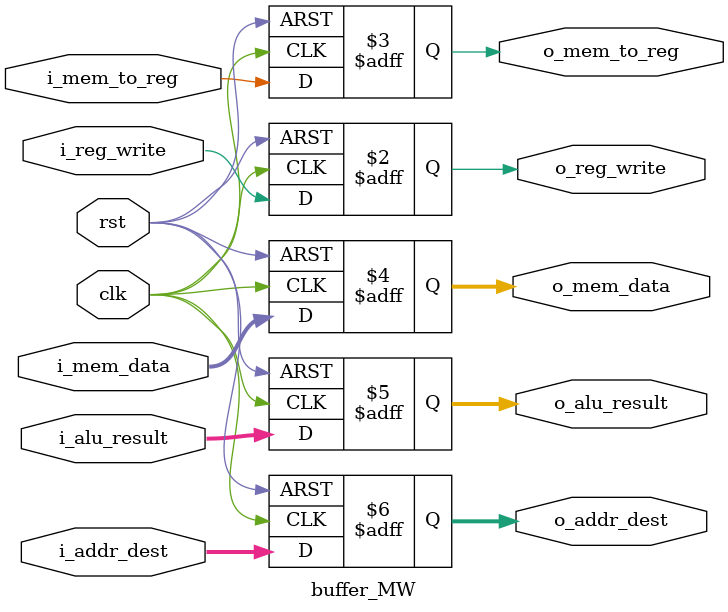
<source format=v>
`timescale 1ns / 1ns

module buffer_CFE (
    input               clk, rst,        
    input       [31:0]  inst_in, pc_p4_in,  
    output  reg [31:0]  inst_out, pc_p4_out 
);
    always @(posedge clk or posedge rst) begin
        if (rst) begin
            inst_out  <= 32'd0;
            pc_p4_out <= 32'd0;
        end else begin
            inst_out  <= inst_in;
            pc_p4_out <= pc_p4_in;
        end
    end
endmodule

module buffer_DEX (
    input               clk, rst,               
    
    // Datos In
    input       [31:0]  pc_p4_in, dr1_in, dr2_mux_in, imm_in,
    input       [4:0]   addr_rt_in, addr_rd_in,    

    // Control In
    input               i_reg_dst, i_alu_src, i_branch, i_mem_read,
                        i_mem_write, i_reg_write, i_mem_to_reg,
    input       [2:0]   i_alu_op,
   
    // Datos Out
    output  reg [31:0]  pc_p4_out, dr1_out, dr2_mux_out, imm_out,
    output  reg [4:0]   addr_rt_out, addr_rd_out,

    // Control Out
    output  reg         o_reg_dst, o_alu_src, o_branch, o_mem_read,
                        o_mem_write, o_reg_write, o_mem_to_reg,
    output  reg [2:0]   o_alu_op
);
    always @(posedge clk or posedge rst) begin
        if (rst) begin
            pc_p4_out    <= 0; dr1_out      <= 0; dr2_mux_out  <= 0;
            imm_out      <= 0; addr_rt_out  <= 0; addr_rd_out  <= 0;
            o_reg_dst    <= 0; o_alu_op     <= 0; o_alu_src    <= 0;
            o_branch     <= 0; o_mem_read   <= 0; o_mem_write  <= 0;
            o_reg_write  <= 0; o_mem_to_reg <= 0;
        end else begin
            pc_p4_out    <= pc_p4_in; dr1_out      <= dr1_in; dr2_mux_out  <= dr2_mux_in;
            imm_out      <= imm_in; addr_rt_out  <= addr_rt_in; addr_rd_out  <= addr_rd_in;
            o_reg_dst    <= i_reg_dst; o_alu_op     <= i_alu_op; o_alu_src    <= i_alu_src;
            o_branch     <= i_branch; o_mem_read   <= i_mem_read; o_mem_write  <= i_mem_write;
            o_reg_write  <= i_reg_write; o_mem_to_reg <= i_mem_to_reg;
        end
    end
endmodule

module buffer_EM (
    input               clk, rst,
    input               i_mem_read, i_mem_write, i_reg_write, i_mem_to_reg,
    input       [31:0]  i_alu_result, i_write_data,
    input       [4:0]   i_addr_dest,

    output reg          o_mem_read, o_mem_write, o_reg_write, o_mem_to_reg,
    output reg  [31:0]  o_alu_result, o_write_data,
    output reg  [4:0]   o_addr_dest
);
    always @(posedge clk or posedge rst) begin
        if (rst) begin
            o_mem_read   <= 0; o_mem_write  <= 0; o_reg_write  <= 0; 
            o_mem_to_reg <= 0; o_alu_result <= 0; o_write_data <= 0; o_addr_dest  <= 0;
        end else begin
            o_mem_read   <= i_mem_read; o_mem_write  <= i_mem_write;
            o_reg_write  <= i_reg_write; o_mem_to_reg <= i_mem_to_reg;
            o_alu_result <= i_alu_result; o_write_data <= i_write_data;
            o_addr_dest  <= i_addr_dest;
        end
    end
endmodule

module buffer_MW (
    input               clk, rst,
    input               i_reg_write, i_mem_to_reg,
    input       [31:0]  i_mem_data, i_alu_result,
    input       [4:0]   i_addr_dest,

    output reg          o_reg_write, o_mem_to_reg,
    output reg  [31:0]  o_mem_data, o_alu_result,
    output reg  [4:0]   o_addr_dest
);
    always @(posedge clk or posedge rst) begin
        if (rst) begin
            o_reg_write  <= 0; o_mem_to_reg <= 0;
            o_mem_data   <= 0; o_alu_result <= 0; o_addr_dest  <= 0;
        end else begin
            o_reg_write  <= i_reg_write; o_mem_to_reg <= i_mem_to_reg;
            o_mem_data   <= i_mem_data; o_alu_result <= i_alu_result;
            o_addr_dest  <= i_addr_dest;
        end
    end
endmodule
</source>
